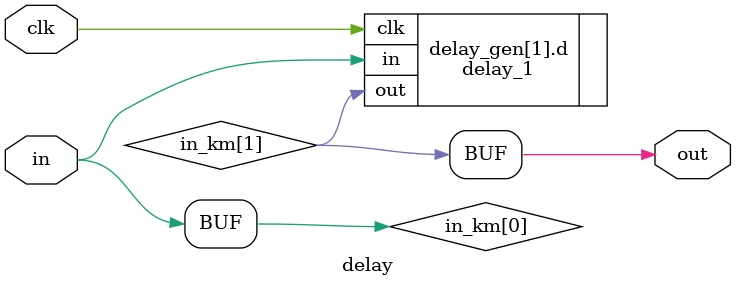
<source format=v>
module delay(
    input                     clk,
    input [(WIDTH-1):0]       in,
    output wire [(WIDTH-1):0] out);

   parameter WIDTH = 1;
   parameter DELAY = 1;

   wire [(WIDTH-1):0] in_km[0:DELAY];

   assign in_km[0] = in;

   genvar i;
   generate
      for(i=1;i<=DELAY;i=i+1) begin:delay_gen
         delay_1 #(.WIDTH(WIDTH))
           d(.clk(clk),
             .in(in_km[i-1]),
             .out(in_km[i]));
      end
   endgenerate

   assign out = in_km[DELAY];
   
endmodule
</source>
